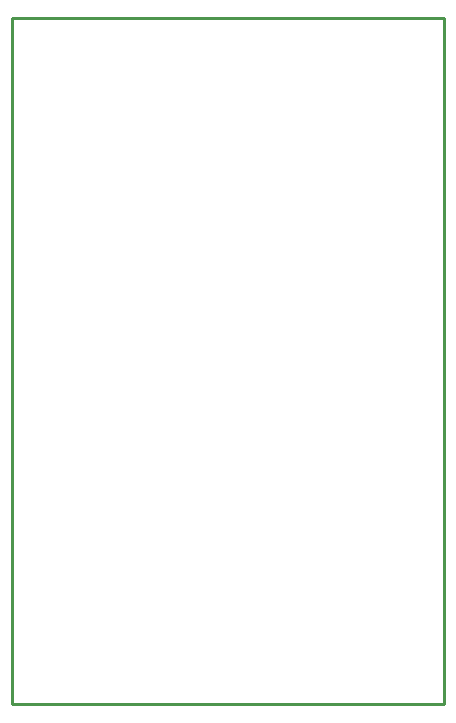
<source format=gko>
G04 Layer: BoardOutlineLayer*
G04 EasyEDA v6.5.1, 2022-03-12 08:52:27*
G04 6cb43a7882b14878ba6e045dd811a198,81413e43fb254311a4bdf48f3ba91f1a,10*
G04 Gerber Generator version 0.2*
G04 Scale: 100 percent, Rotated: No, Reflected: No *
G04 Dimensions in millimeters *
G04 leading zeros omitted , absolute positions ,4 integer and 5 decimal *
%FSLAX45Y45*%
%MOMM*%

%ADD10C,0.2540*%
D10*
X700023Y13200126D02*
G01*
X4356100Y13200126D01*
X4356100Y7391400D01*
X700023Y7391400D01*
X700023Y13200126D01*

%LPD*%
M02*

</source>
